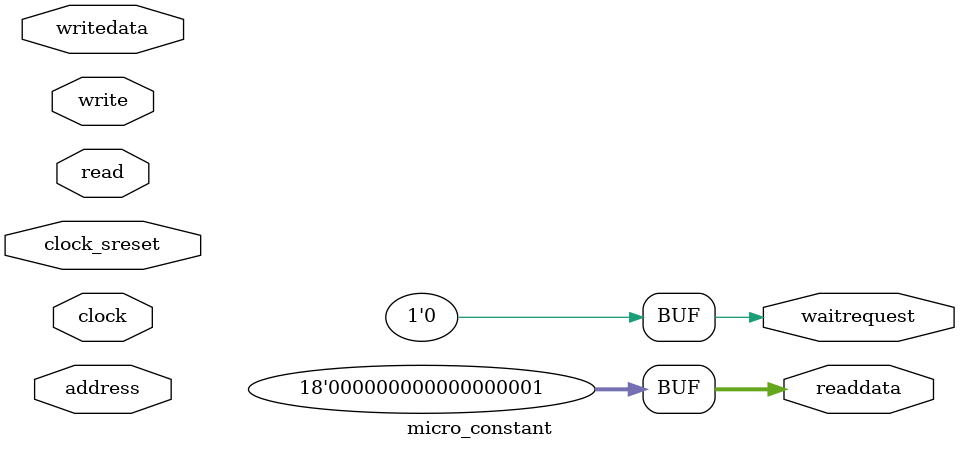
<source format=sv>
module micro_constant # (
            parameter            CONSTANT = 1,
            parameter            WIDTH = 18
)
(
   input    logic                clock,
   input    logic                clock_sreset,
   input    logic [3:0]          address,
   input    logic [WIDTH-1:0]    writedata,
   output   logic [WIDTH-1:0]    readdata,
   input    logic                read,
   input    logic                write,
   output   logic                waitrequest
);

   always_comb begin
      waitrequest = 1'b0;
      readdata = CONSTANT[WIDTH-1:0];
   end

endmodule

</source>
